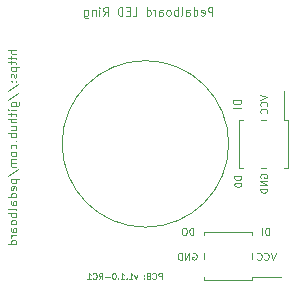
<source format=gbr>
%TF.GenerationSoftware,KiCad,Pcbnew,7.0.7-7.0.7~ubuntu23.04.1*%
%TF.CreationDate,2023-10-17T16:33:49+00:00*%
%TF.ProjectId,pedalboard-led-ring,70656461-6c62-46f6-9172-642d6c65642d,1.1.0-RC1*%
%TF.SameCoordinates,Original*%
%TF.FileFunction,Legend,Bot*%
%TF.FilePolarity,Positive*%
%FSLAX46Y46*%
G04 Gerber Fmt 4.6, Leading zero omitted, Abs format (unit mm)*
G04 Created by KiCad (PCBNEW 7.0.7-7.0.7~ubuntu23.04.1) date 2023-10-17 16:33:49*
%MOMM*%
%LPD*%
G01*
G04 APERTURE LIST*
%ADD10C,0.100000*%
%ADD11C,0.120000*%
G04 APERTURE END LIST*
D10*
X87050000Y-60000000D02*
G75*
G03*
X87050000Y-60000000I-7050000J0D01*
G01*
X88109133Y-56262455D02*
X87409133Y-56262455D01*
X87409133Y-56262455D02*
X87409133Y-56429122D01*
X87409133Y-56429122D02*
X87442466Y-56529122D01*
X87442466Y-56529122D02*
X87509133Y-56595789D01*
X87509133Y-56595789D02*
X87575800Y-56629122D01*
X87575800Y-56629122D02*
X87709133Y-56662455D01*
X87709133Y-56662455D02*
X87809133Y-56662455D01*
X87809133Y-56662455D02*
X87942466Y-56629122D01*
X87942466Y-56629122D02*
X88009133Y-56595789D01*
X88009133Y-56595789D02*
X88075800Y-56529122D01*
X88075800Y-56529122D02*
X88109133Y-56429122D01*
X88109133Y-56429122D02*
X88109133Y-56262455D01*
X88109133Y-56962455D02*
X87409133Y-56962455D01*
X88121371Y-62708646D02*
X87521371Y-62708646D01*
X87521371Y-62708646D02*
X87521371Y-62851503D01*
X87521371Y-62851503D02*
X87549942Y-62937217D01*
X87549942Y-62937217D02*
X87607085Y-62994360D01*
X87607085Y-62994360D02*
X87664228Y-63022931D01*
X87664228Y-63022931D02*
X87778514Y-63051503D01*
X87778514Y-63051503D02*
X87864228Y-63051503D01*
X87864228Y-63051503D02*
X87978514Y-63022931D01*
X87978514Y-63022931D02*
X88035657Y-62994360D01*
X88035657Y-62994360D02*
X88092800Y-62937217D01*
X88092800Y-62937217D02*
X88121371Y-62851503D01*
X88121371Y-62851503D02*
X88121371Y-62708646D01*
X87521371Y-63422931D02*
X87521371Y-63480074D01*
X87521371Y-63480074D02*
X87549942Y-63537217D01*
X87549942Y-63537217D02*
X87578514Y-63565789D01*
X87578514Y-63565789D02*
X87635657Y-63594360D01*
X87635657Y-63594360D02*
X87749942Y-63622931D01*
X87749942Y-63622931D02*
X87892800Y-63622931D01*
X87892800Y-63622931D02*
X88007085Y-63594360D01*
X88007085Y-63594360D02*
X88064228Y-63565789D01*
X88064228Y-63565789D02*
X88092800Y-63537217D01*
X88092800Y-63537217D02*
X88121371Y-63480074D01*
X88121371Y-63480074D02*
X88121371Y-63422931D01*
X88121371Y-63422931D02*
X88092800Y-63365789D01*
X88092800Y-63365789D02*
X88064228Y-63337217D01*
X88064228Y-63337217D02*
X88007085Y-63308646D01*
X88007085Y-63308646D02*
X87892800Y-63280074D01*
X87892800Y-63280074D02*
X87749942Y-63280074D01*
X87749942Y-63280074D02*
X87635657Y-63308646D01*
X87635657Y-63308646D02*
X87578514Y-63337217D01*
X87578514Y-63337217D02*
X87549942Y-63365789D01*
X87549942Y-63365789D02*
X87521371Y-63422931D01*
X91017068Y-69221371D02*
X90817068Y-69821371D01*
X90817068Y-69821371D02*
X90617068Y-69221371D01*
X90074210Y-69764228D02*
X90102782Y-69792800D01*
X90102782Y-69792800D02*
X90188496Y-69821371D01*
X90188496Y-69821371D02*
X90245639Y-69821371D01*
X90245639Y-69821371D02*
X90331353Y-69792800D01*
X90331353Y-69792800D02*
X90388496Y-69735657D01*
X90388496Y-69735657D02*
X90417067Y-69678514D01*
X90417067Y-69678514D02*
X90445639Y-69564228D01*
X90445639Y-69564228D02*
X90445639Y-69478514D01*
X90445639Y-69478514D02*
X90417067Y-69364228D01*
X90417067Y-69364228D02*
X90388496Y-69307085D01*
X90388496Y-69307085D02*
X90331353Y-69249942D01*
X90331353Y-69249942D02*
X90245639Y-69221371D01*
X90245639Y-69221371D02*
X90188496Y-69221371D01*
X90188496Y-69221371D02*
X90102782Y-69249942D01*
X90102782Y-69249942D02*
X90074210Y-69278514D01*
X89474210Y-69764228D02*
X89502782Y-69792800D01*
X89502782Y-69792800D02*
X89588496Y-69821371D01*
X89588496Y-69821371D02*
X89645639Y-69821371D01*
X89645639Y-69821371D02*
X89731353Y-69792800D01*
X89731353Y-69792800D02*
X89788496Y-69735657D01*
X89788496Y-69735657D02*
X89817067Y-69678514D01*
X89817067Y-69678514D02*
X89845639Y-69564228D01*
X89845639Y-69564228D02*
X89845639Y-69478514D01*
X89845639Y-69478514D02*
X89817067Y-69364228D01*
X89817067Y-69364228D02*
X89788496Y-69307085D01*
X89788496Y-69307085D02*
X89731353Y-69249942D01*
X89731353Y-69249942D02*
X89645639Y-69221371D01*
X89645639Y-69221371D02*
X89588496Y-69221371D01*
X89588496Y-69221371D02*
X89502782Y-69249942D01*
X89502782Y-69249942D02*
X89474210Y-69278514D01*
X89749942Y-62872931D02*
X89721371Y-62815789D01*
X89721371Y-62815789D02*
X89721371Y-62730074D01*
X89721371Y-62730074D02*
X89749942Y-62644360D01*
X89749942Y-62644360D02*
X89807085Y-62587217D01*
X89807085Y-62587217D02*
X89864228Y-62558646D01*
X89864228Y-62558646D02*
X89978514Y-62530074D01*
X89978514Y-62530074D02*
X90064228Y-62530074D01*
X90064228Y-62530074D02*
X90178514Y-62558646D01*
X90178514Y-62558646D02*
X90235657Y-62587217D01*
X90235657Y-62587217D02*
X90292800Y-62644360D01*
X90292800Y-62644360D02*
X90321371Y-62730074D01*
X90321371Y-62730074D02*
X90321371Y-62787217D01*
X90321371Y-62787217D02*
X90292800Y-62872931D01*
X90292800Y-62872931D02*
X90264228Y-62901503D01*
X90264228Y-62901503D02*
X90064228Y-62901503D01*
X90064228Y-62901503D02*
X90064228Y-62787217D01*
X90321371Y-63158646D02*
X89721371Y-63158646D01*
X89721371Y-63158646D02*
X90321371Y-63501503D01*
X90321371Y-63501503D02*
X89721371Y-63501503D01*
X90321371Y-63787217D02*
X89721371Y-63787217D01*
X89721371Y-63787217D02*
X89721371Y-63930074D01*
X89721371Y-63930074D02*
X89749942Y-64015788D01*
X89749942Y-64015788D02*
X89807085Y-64072931D01*
X89807085Y-64072931D02*
X89864228Y-64101502D01*
X89864228Y-64101502D02*
X89978514Y-64130074D01*
X89978514Y-64130074D02*
X90064228Y-64130074D01*
X90064228Y-64130074D02*
X90178514Y-64101502D01*
X90178514Y-64101502D02*
X90235657Y-64072931D01*
X90235657Y-64072931D02*
X90292800Y-64015788D01*
X90292800Y-64015788D02*
X90321371Y-63930074D01*
X90321371Y-63930074D02*
X90321371Y-63787217D01*
X84002068Y-69224942D02*
X84059211Y-69196371D01*
X84059211Y-69196371D02*
X84144925Y-69196371D01*
X84144925Y-69196371D02*
X84230639Y-69224942D01*
X84230639Y-69224942D02*
X84287782Y-69282085D01*
X84287782Y-69282085D02*
X84316353Y-69339228D01*
X84316353Y-69339228D02*
X84344925Y-69453514D01*
X84344925Y-69453514D02*
X84344925Y-69539228D01*
X84344925Y-69539228D02*
X84316353Y-69653514D01*
X84316353Y-69653514D02*
X84287782Y-69710657D01*
X84287782Y-69710657D02*
X84230639Y-69767800D01*
X84230639Y-69767800D02*
X84144925Y-69796371D01*
X84144925Y-69796371D02*
X84087782Y-69796371D01*
X84087782Y-69796371D02*
X84002068Y-69767800D01*
X84002068Y-69767800D02*
X83973496Y-69739228D01*
X83973496Y-69739228D02*
X83973496Y-69539228D01*
X83973496Y-69539228D02*
X84087782Y-69539228D01*
X83716353Y-69796371D02*
X83716353Y-69196371D01*
X83716353Y-69196371D02*
X83373496Y-69796371D01*
X83373496Y-69796371D02*
X83373496Y-69196371D01*
X83087782Y-69796371D02*
X83087782Y-69196371D01*
X83087782Y-69196371D02*
X82944925Y-69196371D01*
X82944925Y-69196371D02*
X82859211Y-69224942D01*
X82859211Y-69224942D02*
X82802068Y-69282085D01*
X82802068Y-69282085D02*
X82773497Y-69339228D01*
X82773497Y-69339228D02*
X82744925Y-69453514D01*
X82744925Y-69453514D02*
X82744925Y-69539228D01*
X82744925Y-69539228D02*
X82773497Y-69653514D01*
X82773497Y-69653514D02*
X82802068Y-69710657D01*
X82802068Y-69710657D02*
X82859211Y-69767800D01*
X82859211Y-69767800D02*
X82944925Y-69796371D01*
X82944925Y-69796371D02*
X83087782Y-69796371D01*
X69069133Y-52053336D02*
X68369133Y-52053336D01*
X69069133Y-52353336D02*
X68702466Y-52353336D01*
X68702466Y-52353336D02*
X68635800Y-52320003D01*
X68635800Y-52320003D02*
X68602466Y-52253336D01*
X68602466Y-52253336D02*
X68602466Y-52153336D01*
X68602466Y-52153336D02*
X68635800Y-52086670D01*
X68635800Y-52086670D02*
X68669133Y-52053336D01*
X68602466Y-52586669D02*
X68602466Y-52853336D01*
X68369133Y-52686669D02*
X68969133Y-52686669D01*
X68969133Y-52686669D02*
X69035800Y-52720003D01*
X69035800Y-52720003D02*
X69069133Y-52786669D01*
X69069133Y-52786669D02*
X69069133Y-52853336D01*
X68602466Y-52986669D02*
X68602466Y-53253336D01*
X68369133Y-53086669D02*
X68969133Y-53086669D01*
X68969133Y-53086669D02*
X69035800Y-53120003D01*
X69035800Y-53120003D02*
X69069133Y-53186669D01*
X69069133Y-53186669D02*
X69069133Y-53253336D01*
X68602466Y-53486669D02*
X69302466Y-53486669D01*
X68635800Y-53486669D02*
X68602466Y-53553336D01*
X68602466Y-53553336D02*
X68602466Y-53686669D01*
X68602466Y-53686669D02*
X68635800Y-53753336D01*
X68635800Y-53753336D02*
X68669133Y-53786669D01*
X68669133Y-53786669D02*
X68735800Y-53820003D01*
X68735800Y-53820003D02*
X68935800Y-53820003D01*
X68935800Y-53820003D02*
X69002466Y-53786669D01*
X69002466Y-53786669D02*
X69035800Y-53753336D01*
X69035800Y-53753336D02*
X69069133Y-53686669D01*
X69069133Y-53686669D02*
X69069133Y-53553336D01*
X69069133Y-53553336D02*
X69035800Y-53486669D01*
X69035800Y-54086669D02*
X69069133Y-54153336D01*
X69069133Y-54153336D02*
X69069133Y-54286669D01*
X69069133Y-54286669D02*
X69035800Y-54353336D01*
X69035800Y-54353336D02*
X68969133Y-54386669D01*
X68969133Y-54386669D02*
X68935800Y-54386669D01*
X68935800Y-54386669D02*
X68869133Y-54353336D01*
X68869133Y-54353336D02*
X68835800Y-54286669D01*
X68835800Y-54286669D02*
X68835800Y-54186669D01*
X68835800Y-54186669D02*
X68802466Y-54120002D01*
X68802466Y-54120002D02*
X68735800Y-54086669D01*
X68735800Y-54086669D02*
X68702466Y-54086669D01*
X68702466Y-54086669D02*
X68635800Y-54120002D01*
X68635800Y-54120002D02*
X68602466Y-54186669D01*
X68602466Y-54186669D02*
X68602466Y-54286669D01*
X68602466Y-54286669D02*
X68635800Y-54353336D01*
X69002466Y-54686669D02*
X69035800Y-54720003D01*
X69035800Y-54720003D02*
X69069133Y-54686669D01*
X69069133Y-54686669D02*
X69035800Y-54653336D01*
X69035800Y-54653336D02*
X69002466Y-54686669D01*
X69002466Y-54686669D02*
X69069133Y-54686669D01*
X68635800Y-54686669D02*
X68669133Y-54720003D01*
X68669133Y-54720003D02*
X68702466Y-54686669D01*
X68702466Y-54686669D02*
X68669133Y-54653336D01*
X68669133Y-54653336D02*
X68635800Y-54686669D01*
X68635800Y-54686669D02*
X68702466Y-54686669D01*
X68335800Y-55520002D02*
X69235800Y-54920002D01*
X68335800Y-56253335D02*
X69235800Y-55653335D01*
X68602466Y-56786668D02*
X69169133Y-56786668D01*
X69169133Y-56786668D02*
X69235800Y-56753335D01*
X69235800Y-56753335D02*
X69269133Y-56720002D01*
X69269133Y-56720002D02*
X69302466Y-56653335D01*
X69302466Y-56653335D02*
X69302466Y-56553335D01*
X69302466Y-56553335D02*
X69269133Y-56486668D01*
X69035800Y-56786668D02*
X69069133Y-56720002D01*
X69069133Y-56720002D02*
X69069133Y-56586668D01*
X69069133Y-56586668D02*
X69035800Y-56520002D01*
X69035800Y-56520002D02*
X69002466Y-56486668D01*
X69002466Y-56486668D02*
X68935800Y-56453335D01*
X68935800Y-56453335D02*
X68735800Y-56453335D01*
X68735800Y-56453335D02*
X68669133Y-56486668D01*
X68669133Y-56486668D02*
X68635800Y-56520002D01*
X68635800Y-56520002D02*
X68602466Y-56586668D01*
X68602466Y-56586668D02*
X68602466Y-56720002D01*
X68602466Y-56720002D02*
X68635800Y-56786668D01*
X69069133Y-57120001D02*
X68602466Y-57120001D01*
X68369133Y-57120001D02*
X68402466Y-57086668D01*
X68402466Y-57086668D02*
X68435800Y-57120001D01*
X68435800Y-57120001D02*
X68402466Y-57153335D01*
X68402466Y-57153335D02*
X68369133Y-57120001D01*
X68369133Y-57120001D02*
X68435800Y-57120001D01*
X68602466Y-57353334D02*
X68602466Y-57620001D01*
X68369133Y-57453334D02*
X68969133Y-57453334D01*
X68969133Y-57453334D02*
X69035800Y-57486668D01*
X69035800Y-57486668D02*
X69069133Y-57553334D01*
X69069133Y-57553334D02*
X69069133Y-57620001D01*
X69069133Y-57853334D02*
X68369133Y-57853334D01*
X69069133Y-58153334D02*
X68702466Y-58153334D01*
X68702466Y-58153334D02*
X68635800Y-58120001D01*
X68635800Y-58120001D02*
X68602466Y-58053334D01*
X68602466Y-58053334D02*
X68602466Y-57953334D01*
X68602466Y-57953334D02*
X68635800Y-57886668D01*
X68635800Y-57886668D02*
X68669133Y-57853334D01*
X68602466Y-58786667D02*
X69069133Y-58786667D01*
X68602466Y-58486667D02*
X68969133Y-58486667D01*
X68969133Y-58486667D02*
X69035800Y-58520001D01*
X69035800Y-58520001D02*
X69069133Y-58586667D01*
X69069133Y-58586667D02*
X69069133Y-58686667D01*
X69069133Y-58686667D02*
X69035800Y-58753334D01*
X69035800Y-58753334D02*
X69002466Y-58786667D01*
X69069133Y-59120000D02*
X68369133Y-59120000D01*
X68635800Y-59120000D02*
X68602466Y-59186667D01*
X68602466Y-59186667D02*
X68602466Y-59320000D01*
X68602466Y-59320000D02*
X68635800Y-59386667D01*
X68635800Y-59386667D02*
X68669133Y-59420000D01*
X68669133Y-59420000D02*
X68735800Y-59453334D01*
X68735800Y-59453334D02*
X68935800Y-59453334D01*
X68935800Y-59453334D02*
X69002466Y-59420000D01*
X69002466Y-59420000D02*
X69035800Y-59386667D01*
X69035800Y-59386667D02*
X69069133Y-59320000D01*
X69069133Y-59320000D02*
X69069133Y-59186667D01*
X69069133Y-59186667D02*
X69035800Y-59120000D01*
X69002466Y-59753333D02*
X69035800Y-59786667D01*
X69035800Y-59786667D02*
X69069133Y-59753333D01*
X69069133Y-59753333D02*
X69035800Y-59720000D01*
X69035800Y-59720000D02*
X69002466Y-59753333D01*
X69002466Y-59753333D02*
X69069133Y-59753333D01*
X69035800Y-60386666D02*
X69069133Y-60320000D01*
X69069133Y-60320000D02*
X69069133Y-60186666D01*
X69069133Y-60186666D02*
X69035800Y-60120000D01*
X69035800Y-60120000D02*
X69002466Y-60086666D01*
X69002466Y-60086666D02*
X68935800Y-60053333D01*
X68935800Y-60053333D02*
X68735800Y-60053333D01*
X68735800Y-60053333D02*
X68669133Y-60086666D01*
X68669133Y-60086666D02*
X68635800Y-60120000D01*
X68635800Y-60120000D02*
X68602466Y-60186666D01*
X68602466Y-60186666D02*
X68602466Y-60320000D01*
X68602466Y-60320000D02*
X68635800Y-60386666D01*
X69069133Y-60786666D02*
X69035800Y-60720000D01*
X69035800Y-60720000D02*
X69002466Y-60686666D01*
X69002466Y-60686666D02*
X68935800Y-60653333D01*
X68935800Y-60653333D02*
X68735800Y-60653333D01*
X68735800Y-60653333D02*
X68669133Y-60686666D01*
X68669133Y-60686666D02*
X68635800Y-60720000D01*
X68635800Y-60720000D02*
X68602466Y-60786666D01*
X68602466Y-60786666D02*
X68602466Y-60886666D01*
X68602466Y-60886666D02*
X68635800Y-60953333D01*
X68635800Y-60953333D02*
X68669133Y-60986666D01*
X68669133Y-60986666D02*
X68735800Y-61020000D01*
X68735800Y-61020000D02*
X68935800Y-61020000D01*
X68935800Y-61020000D02*
X69002466Y-60986666D01*
X69002466Y-60986666D02*
X69035800Y-60953333D01*
X69035800Y-60953333D02*
X69069133Y-60886666D01*
X69069133Y-60886666D02*
X69069133Y-60786666D01*
X69069133Y-61319999D02*
X68602466Y-61319999D01*
X68669133Y-61319999D02*
X68635800Y-61353333D01*
X68635800Y-61353333D02*
X68602466Y-61419999D01*
X68602466Y-61419999D02*
X68602466Y-61519999D01*
X68602466Y-61519999D02*
X68635800Y-61586666D01*
X68635800Y-61586666D02*
X68702466Y-61619999D01*
X68702466Y-61619999D02*
X69069133Y-61619999D01*
X68702466Y-61619999D02*
X68635800Y-61653333D01*
X68635800Y-61653333D02*
X68602466Y-61719999D01*
X68602466Y-61719999D02*
X68602466Y-61819999D01*
X68602466Y-61819999D02*
X68635800Y-61886666D01*
X68635800Y-61886666D02*
X68702466Y-61919999D01*
X68702466Y-61919999D02*
X69069133Y-61919999D01*
X68335800Y-62753332D02*
X69235800Y-62153332D01*
X68602466Y-62986665D02*
X69302466Y-62986665D01*
X68635800Y-62986665D02*
X68602466Y-63053332D01*
X68602466Y-63053332D02*
X68602466Y-63186665D01*
X68602466Y-63186665D02*
X68635800Y-63253332D01*
X68635800Y-63253332D02*
X68669133Y-63286665D01*
X68669133Y-63286665D02*
X68735800Y-63319999D01*
X68735800Y-63319999D02*
X68935800Y-63319999D01*
X68935800Y-63319999D02*
X69002466Y-63286665D01*
X69002466Y-63286665D02*
X69035800Y-63253332D01*
X69035800Y-63253332D02*
X69069133Y-63186665D01*
X69069133Y-63186665D02*
X69069133Y-63053332D01*
X69069133Y-63053332D02*
X69035800Y-62986665D01*
X69035800Y-63886665D02*
X69069133Y-63819998D01*
X69069133Y-63819998D02*
X69069133Y-63686665D01*
X69069133Y-63686665D02*
X69035800Y-63619998D01*
X69035800Y-63619998D02*
X68969133Y-63586665D01*
X68969133Y-63586665D02*
X68702466Y-63586665D01*
X68702466Y-63586665D02*
X68635800Y-63619998D01*
X68635800Y-63619998D02*
X68602466Y-63686665D01*
X68602466Y-63686665D02*
X68602466Y-63819998D01*
X68602466Y-63819998D02*
X68635800Y-63886665D01*
X68635800Y-63886665D02*
X68702466Y-63919998D01*
X68702466Y-63919998D02*
X68769133Y-63919998D01*
X68769133Y-63919998D02*
X68835800Y-63586665D01*
X69069133Y-64519998D02*
X68369133Y-64519998D01*
X69035800Y-64519998D02*
X69069133Y-64453332D01*
X69069133Y-64453332D02*
X69069133Y-64319998D01*
X69069133Y-64319998D02*
X69035800Y-64253332D01*
X69035800Y-64253332D02*
X69002466Y-64219998D01*
X69002466Y-64219998D02*
X68935800Y-64186665D01*
X68935800Y-64186665D02*
X68735800Y-64186665D01*
X68735800Y-64186665D02*
X68669133Y-64219998D01*
X68669133Y-64219998D02*
X68635800Y-64253332D01*
X68635800Y-64253332D02*
X68602466Y-64319998D01*
X68602466Y-64319998D02*
X68602466Y-64453332D01*
X68602466Y-64453332D02*
X68635800Y-64519998D01*
X69069133Y-65153331D02*
X68702466Y-65153331D01*
X68702466Y-65153331D02*
X68635800Y-65119998D01*
X68635800Y-65119998D02*
X68602466Y-65053331D01*
X68602466Y-65053331D02*
X68602466Y-64919998D01*
X68602466Y-64919998D02*
X68635800Y-64853331D01*
X69035800Y-65153331D02*
X69069133Y-65086665D01*
X69069133Y-65086665D02*
X69069133Y-64919998D01*
X69069133Y-64919998D02*
X69035800Y-64853331D01*
X69035800Y-64853331D02*
X68969133Y-64819998D01*
X68969133Y-64819998D02*
X68902466Y-64819998D01*
X68902466Y-64819998D02*
X68835800Y-64853331D01*
X68835800Y-64853331D02*
X68802466Y-64919998D01*
X68802466Y-64919998D02*
X68802466Y-65086665D01*
X68802466Y-65086665D02*
X68769133Y-65153331D01*
X69069133Y-65586664D02*
X69035800Y-65519998D01*
X69035800Y-65519998D02*
X68969133Y-65486664D01*
X68969133Y-65486664D02*
X68369133Y-65486664D01*
X69069133Y-65853331D02*
X68369133Y-65853331D01*
X68635800Y-65853331D02*
X68602466Y-65919998D01*
X68602466Y-65919998D02*
X68602466Y-66053331D01*
X68602466Y-66053331D02*
X68635800Y-66119998D01*
X68635800Y-66119998D02*
X68669133Y-66153331D01*
X68669133Y-66153331D02*
X68735800Y-66186665D01*
X68735800Y-66186665D02*
X68935800Y-66186665D01*
X68935800Y-66186665D02*
X69002466Y-66153331D01*
X69002466Y-66153331D02*
X69035800Y-66119998D01*
X69035800Y-66119998D02*
X69069133Y-66053331D01*
X69069133Y-66053331D02*
X69069133Y-65919998D01*
X69069133Y-65919998D02*
X69035800Y-65853331D01*
X69069133Y-66586664D02*
X69035800Y-66519998D01*
X69035800Y-66519998D02*
X69002466Y-66486664D01*
X69002466Y-66486664D02*
X68935800Y-66453331D01*
X68935800Y-66453331D02*
X68735800Y-66453331D01*
X68735800Y-66453331D02*
X68669133Y-66486664D01*
X68669133Y-66486664D02*
X68635800Y-66519998D01*
X68635800Y-66519998D02*
X68602466Y-66586664D01*
X68602466Y-66586664D02*
X68602466Y-66686664D01*
X68602466Y-66686664D02*
X68635800Y-66753331D01*
X68635800Y-66753331D02*
X68669133Y-66786664D01*
X68669133Y-66786664D02*
X68735800Y-66819998D01*
X68735800Y-66819998D02*
X68935800Y-66819998D01*
X68935800Y-66819998D02*
X69002466Y-66786664D01*
X69002466Y-66786664D02*
X69035800Y-66753331D01*
X69035800Y-66753331D02*
X69069133Y-66686664D01*
X69069133Y-66686664D02*
X69069133Y-66586664D01*
X69069133Y-67419997D02*
X68702466Y-67419997D01*
X68702466Y-67419997D02*
X68635800Y-67386664D01*
X68635800Y-67386664D02*
X68602466Y-67319997D01*
X68602466Y-67319997D02*
X68602466Y-67186664D01*
X68602466Y-67186664D02*
X68635800Y-67119997D01*
X69035800Y-67419997D02*
X69069133Y-67353331D01*
X69069133Y-67353331D02*
X69069133Y-67186664D01*
X69069133Y-67186664D02*
X69035800Y-67119997D01*
X69035800Y-67119997D02*
X68969133Y-67086664D01*
X68969133Y-67086664D02*
X68902466Y-67086664D01*
X68902466Y-67086664D02*
X68835800Y-67119997D01*
X68835800Y-67119997D02*
X68802466Y-67186664D01*
X68802466Y-67186664D02*
X68802466Y-67353331D01*
X68802466Y-67353331D02*
X68769133Y-67419997D01*
X69069133Y-67753330D02*
X68602466Y-67753330D01*
X68735800Y-67753330D02*
X68669133Y-67786664D01*
X68669133Y-67786664D02*
X68635800Y-67819997D01*
X68635800Y-67819997D02*
X68602466Y-67886664D01*
X68602466Y-67886664D02*
X68602466Y-67953330D01*
X69069133Y-68486663D02*
X68369133Y-68486663D01*
X69035800Y-68486663D02*
X69069133Y-68419997D01*
X69069133Y-68419997D02*
X69069133Y-68286663D01*
X69069133Y-68286663D02*
X69035800Y-68219997D01*
X69035800Y-68219997D02*
X69002466Y-68186663D01*
X69002466Y-68186663D02*
X68935800Y-68153330D01*
X68935800Y-68153330D02*
X68735800Y-68153330D01*
X68735800Y-68153330D02*
X68669133Y-68186663D01*
X68669133Y-68186663D02*
X68635800Y-68219997D01*
X68635800Y-68219997D02*
X68602466Y-68286663D01*
X68602466Y-68286663D02*
X68602466Y-68419997D01*
X68602466Y-68419997D02*
X68635800Y-68486663D01*
X90481353Y-67721371D02*
X90481353Y-67121371D01*
X90481353Y-67121371D02*
X90338496Y-67121371D01*
X90338496Y-67121371D02*
X90252782Y-67149942D01*
X90252782Y-67149942D02*
X90195639Y-67207085D01*
X90195639Y-67207085D02*
X90167068Y-67264228D01*
X90167068Y-67264228D02*
X90138496Y-67378514D01*
X90138496Y-67378514D02*
X90138496Y-67464228D01*
X90138496Y-67464228D02*
X90167068Y-67578514D01*
X90167068Y-67578514D02*
X90195639Y-67635657D01*
X90195639Y-67635657D02*
X90252782Y-67692800D01*
X90252782Y-67692800D02*
X90338496Y-67721371D01*
X90338496Y-67721371D02*
X90481353Y-67721371D01*
X89881353Y-67721371D02*
X89881353Y-67121371D01*
X89721371Y-55842931D02*
X90321371Y-56042931D01*
X90321371Y-56042931D02*
X89721371Y-56242931D01*
X90264228Y-56785789D02*
X90292800Y-56757217D01*
X90292800Y-56757217D02*
X90321371Y-56671503D01*
X90321371Y-56671503D02*
X90321371Y-56614360D01*
X90321371Y-56614360D02*
X90292800Y-56528646D01*
X90292800Y-56528646D02*
X90235657Y-56471503D01*
X90235657Y-56471503D02*
X90178514Y-56442932D01*
X90178514Y-56442932D02*
X90064228Y-56414360D01*
X90064228Y-56414360D02*
X89978514Y-56414360D01*
X89978514Y-56414360D02*
X89864228Y-56442932D01*
X89864228Y-56442932D02*
X89807085Y-56471503D01*
X89807085Y-56471503D02*
X89749942Y-56528646D01*
X89749942Y-56528646D02*
X89721371Y-56614360D01*
X89721371Y-56614360D02*
X89721371Y-56671503D01*
X89721371Y-56671503D02*
X89749942Y-56757217D01*
X89749942Y-56757217D02*
X89778514Y-56785789D01*
X90264228Y-57385789D02*
X90292800Y-57357217D01*
X90292800Y-57357217D02*
X90321371Y-57271503D01*
X90321371Y-57271503D02*
X90321371Y-57214360D01*
X90321371Y-57214360D02*
X90292800Y-57128646D01*
X90292800Y-57128646D02*
X90235657Y-57071503D01*
X90235657Y-57071503D02*
X90178514Y-57042932D01*
X90178514Y-57042932D02*
X90064228Y-57014360D01*
X90064228Y-57014360D02*
X89978514Y-57014360D01*
X89978514Y-57014360D02*
X89864228Y-57042932D01*
X89864228Y-57042932D02*
X89807085Y-57071503D01*
X89807085Y-57071503D02*
X89749942Y-57128646D01*
X89749942Y-57128646D02*
X89721371Y-57214360D01*
X89721371Y-57214360D02*
X89721371Y-57271503D01*
X89721371Y-57271503D02*
X89749942Y-57357217D01*
X89749942Y-57357217D02*
X89778514Y-57385789D01*
X81380950Y-71433609D02*
X81380950Y-70933609D01*
X81380950Y-70933609D02*
X81190474Y-70933609D01*
X81190474Y-70933609D02*
X81142855Y-70957419D01*
X81142855Y-70957419D02*
X81119045Y-70981228D01*
X81119045Y-70981228D02*
X81095236Y-71028847D01*
X81095236Y-71028847D02*
X81095236Y-71100276D01*
X81095236Y-71100276D02*
X81119045Y-71147895D01*
X81119045Y-71147895D02*
X81142855Y-71171704D01*
X81142855Y-71171704D02*
X81190474Y-71195514D01*
X81190474Y-71195514D02*
X81380950Y-71195514D01*
X80595236Y-71385990D02*
X80619045Y-71409800D01*
X80619045Y-71409800D02*
X80690474Y-71433609D01*
X80690474Y-71433609D02*
X80738093Y-71433609D01*
X80738093Y-71433609D02*
X80809521Y-71409800D01*
X80809521Y-71409800D02*
X80857140Y-71362180D01*
X80857140Y-71362180D02*
X80880950Y-71314561D01*
X80880950Y-71314561D02*
X80904759Y-71219323D01*
X80904759Y-71219323D02*
X80904759Y-71147895D01*
X80904759Y-71147895D02*
X80880950Y-71052657D01*
X80880950Y-71052657D02*
X80857140Y-71005038D01*
X80857140Y-71005038D02*
X80809521Y-70957419D01*
X80809521Y-70957419D02*
X80738093Y-70933609D01*
X80738093Y-70933609D02*
X80690474Y-70933609D01*
X80690474Y-70933609D02*
X80619045Y-70957419D01*
X80619045Y-70957419D02*
X80595236Y-70981228D01*
X80214283Y-71171704D02*
X80142855Y-71195514D01*
X80142855Y-71195514D02*
X80119045Y-71219323D01*
X80119045Y-71219323D02*
X80095236Y-71266942D01*
X80095236Y-71266942D02*
X80095236Y-71338371D01*
X80095236Y-71338371D02*
X80119045Y-71385990D01*
X80119045Y-71385990D02*
X80142855Y-71409800D01*
X80142855Y-71409800D02*
X80190474Y-71433609D01*
X80190474Y-71433609D02*
X80380950Y-71433609D01*
X80380950Y-71433609D02*
X80380950Y-70933609D01*
X80380950Y-70933609D02*
X80214283Y-70933609D01*
X80214283Y-70933609D02*
X80166664Y-70957419D01*
X80166664Y-70957419D02*
X80142855Y-70981228D01*
X80142855Y-70981228D02*
X80119045Y-71028847D01*
X80119045Y-71028847D02*
X80119045Y-71076466D01*
X80119045Y-71076466D02*
X80142855Y-71124085D01*
X80142855Y-71124085D02*
X80166664Y-71147895D01*
X80166664Y-71147895D02*
X80214283Y-71171704D01*
X80214283Y-71171704D02*
X80380950Y-71171704D01*
X79880950Y-71385990D02*
X79857140Y-71409800D01*
X79857140Y-71409800D02*
X79880950Y-71433609D01*
X79880950Y-71433609D02*
X79904759Y-71409800D01*
X79904759Y-71409800D02*
X79880950Y-71385990D01*
X79880950Y-71385990D02*
X79880950Y-71433609D01*
X79880950Y-71124085D02*
X79857140Y-71147895D01*
X79857140Y-71147895D02*
X79880950Y-71171704D01*
X79880950Y-71171704D02*
X79904759Y-71147895D01*
X79904759Y-71147895D02*
X79880950Y-71124085D01*
X79880950Y-71124085D02*
X79880950Y-71171704D01*
X79309522Y-71100276D02*
X79190474Y-71433609D01*
X79190474Y-71433609D02*
X79071427Y-71100276D01*
X78619046Y-71433609D02*
X78904760Y-71433609D01*
X78761903Y-71433609D02*
X78761903Y-70933609D01*
X78761903Y-70933609D02*
X78809522Y-71005038D01*
X78809522Y-71005038D02*
X78857141Y-71052657D01*
X78857141Y-71052657D02*
X78904760Y-71076466D01*
X78404761Y-71385990D02*
X78380951Y-71409800D01*
X78380951Y-71409800D02*
X78404761Y-71433609D01*
X78404761Y-71433609D02*
X78428570Y-71409800D01*
X78428570Y-71409800D02*
X78404761Y-71385990D01*
X78404761Y-71385990D02*
X78404761Y-71433609D01*
X77904761Y-71433609D02*
X78190475Y-71433609D01*
X78047618Y-71433609D02*
X78047618Y-70933609D01*
X78047618Y-70933609D02*
X78095237Y-71005038D01*
X78095237Y-71005038D02*
X78142856Y-71052657D01*
X78142856Y-71052657D02*
X78190475Y-71076466D01*
X77690476Y-71385990D02*
X77666666Y-71409800D01*
X77666666Y-71409800D02*
X77690476Y-71433609D01*
X77690476Y-71433609D02*
X77714285Y-71409800D01*
X77714285Y-71409800D02*
X77690476Y-71385990D01*
X77690476Y-71385990D02*
X77690476Y-71433609D01*
X77357143Y-70933609D02*
X77309524Y-70933609D01*
X77309524Y-70933609D02*
X77261905Y-70957419D01*
X77261905Y-70957419D02*
X77238095Y-70981228D01*
X77238095Y-70981228D02*
X77214286Y-71028847D01*
X77214286Y-71028847D02*
X77190476Y-71124085D01*
X77190476Y-71124085D02*
X77190476Y-71243133D01*
X77190476Y-71243133D02*
X77214286Y-71338371D01*
X77214286Y-71338371D02*
X77238095Y-71385990D01*
X77238095Y-71385990D02*
X77261905Y-71409800D01*
X77261905Y-71409800D02*
X77309524Y-71433609D01*
X77309524Y-71433609D02*
X77357143Y-71433609D01*
X77357143Y-71433609D02*
X77404762Y-71409800D01*
X77404762Y-71409800D02*
X77428571Y-71385990D01*
X77428571Y-71385990D02*
X77452381Y-71338371D01*
X77452381Y-71338371D02*
X77476190Y-71243133D01*
X77476190Y-71243133D02*
X77476190Y-71124085D01*
X77476190Y-71124085D02*
X77452381Y-71028847D01*
X77452381Y-71028847D02*
X77428571Y-70981228D01*
X77428571Y-70981228D02*
X77404762Y-70957419D01*
X77404762Y-70957419D02*
X77357143Y-70933609D01*
X76976191Y-71243133D02*
X76595239Y-71243133D01*
X76071429Y-71433609D02*
X76238095Y-71195514D01*
X76357143Y-71433609D02*
X76357143Y-70933609D01*
X76357143Y-70933609D02*
X76166667Y-70933609D01*
X76166667Y-70933609D02*
X76119048Y-70957419D01*
X76119048Y-70957419D02*
X76095238Y-70981228D01*
X76095238Y-70981228D02*
X76071429Y-71028847D01*
X76071429Y-71028847D02*
X76071429Y-71100276D01*
X76071429Y-71100276D02*
X76095238Y-71147895D01*
X76095238Y-71147895D02*
X76119048Y-71171704D01*
X76119048Y-71171704D02*
X76166667Y-71195514D01*
X76166667Y-71195514D02*
X76357143Y-71195514D01*
X75571429Y-71385990D02*
X75595238Y-71409800D01*
X75595238Y-71409800D02*
X75666667Y-71433609D01*
X75666667Y-71433609D02*
X75714286Y-71433609D01*
X75714286Y-71433609D02*
X75785714Y-71409800D01*
X75785714Y-71409800D02*
X75833333Y-71362180D01*
X75833333Y-71362180D02*
X75857143Y-71314561D01*
X75857143Y-71314561D02*
X75880952Y-71219323D01*
X75880952Y-71219323D02*
X75880952Y-71147895D01*
X75880952Y-71147895D02*
X75857143Y-71052657D01*
X75857143Y-71052657D02*
X75833333Y-71005038D01*
X75833333Y-71005038D02*
X75785714Y-70957419D01*
X75785714Y-70957419D02*
X75714286Y-70933609D01*
X75714286Y-70933609D02*
X75666667Y-70933609D01*
X75666667Y-70933609D02*
X75595238Y-70957419D01*
X75595238Y-70957419D02*
X75571429Y-70981228D01*
X75095238Y-71433609D02*
X75380952Y-71433609D01*
X75238095Y-71433609D02*
X75238095Y-70933609D01*
X75238095Y-70933609D02*
X75285714Y-71005038D01*
X75285714Y-71005038D02*
X75333333Y-71052657D01*
X75333333Y-71052657D02*
X75380952Y-71076466D01*
X84066353Y-67701371D02*
X84066353Y-67101371D01*
X84066353Y-67101371D02*
X83923496Y-67101371D01*
X83923496Y-67101371D02*
X83837782Y-67129942D01*
X83837782Y-67129942D02*
X83780639Y-67187085D01*
X83780639Y-67187085D02*
X83752068Y-67244228D01*
X83752068Y-67244228D02*
X83723496Y-67358514D01*
X83723496Y-67358514D02*
X83723496Y-67444228D01*
X83723496Y-67444228D02*
X83752068Y-67558514D01*
X83752068Y-67558514D02*
X83780639Y-67615657D01*
X83780639Y-67615657D02*
X83837782Y-67672800D01*
X83837782Y-67672800D02*
X83923496Y-67701371D01*
X83923496Y-67701371D02*
X84066353Y-67701371D01*
X83352068Y-67101371D02*
X83237782Y-67101371D01*
X83237782Y-67101371D02*
X83180639Y-67129942D01*
X83180639Y-67129942D02*
X83123496Y-67187085D01*
X83123496Y-67187085D02*
X83094925Y-67301371D01*
X83094925Y-67301371D02*
X83094925Y-67501371D01*
X83094925Y-67501371D02*
X83123496Y-67615657D01*
X83123496Y-67615657D02*
X83180639Y-67672800D01*
X83180639Y-67672800D02*
X83237782Y-67701371D01*
X83237782Y-67701371D02*
X83352068Y-67701371D01*
X83352068Y-67701371D02*
X83409211Y-67672800D01*
X83409211Y-67672800D02*
X83466353Y-67615657D01*
X83466353Y-67615657D02*
X83494925Y-67501371D01*
X83494925Y-67501371D02*
X83494925Y-67301371D01*
X83494925Y-67301371D02*
X83466353Y-67187085D01*
X83466353Y-67187085D02*
X83409211Y-67129942D01*
X83409211Y-67129942D02*
X83352068Y-67101371D01*
X85676664Y-49139133D02*
X85676664Y-48439133D01*
X85676664Y-48439133D02*
X85409997Y-48439133D01*
X85409997Y-48439133D02*
X85343331Y-48472466D01*
X85343331Y-48472466D02*
X85309997Y-48505800D01*
X85309997Y-48505800D02*
X85276664Y-48572466D01*
X85276664Y-48572466D02*
X85276664Y-48672466D01*
X85276664Y-48672466D02*
X85309997Y-48739133D01*
X85309997Y-48739133D02*
X85343331Y-48772466D01*
X85343331Y-48772466D02*
X85409997Y-48805800D01*
X85409997Y-48805800D02*
X85676664Y-48805800D01*
X84709997Y-49105800D02*
X84776664Y-49139133D01*
X84776664Y-49139133D02*
X84909997Y-49139133D01*
X84909997Y-49139133D02*
X84976664Y-49105800D01*
X84976664Y-49105800D02*
X85009997Y-49039133D01*
X85009997Y-49039133D02*
X85009997Y-48772466D01*
X85009997Y-48772466D02*
X84976664Y-48705800D01*
X84976664Y-48705800D02*
X84909997Y-48672466D01*
X84909997Y-48672466D02*
X84776664Y-48672466D01*
X84776664Y-48672466D02*
X84709997Y-48705800D01*
X84709997Y-48705800D02*
X84676664Y-48772466D01*
X84676664Y-48772466D02*
X84676664Y-48839133D01*
X84676664Y-48839133D02*
X85009997Y-48905800D01*
X84076664Y-49139133D02*
X84076664Y-48439133D01*
X84076664Y-49105800D02*
X84143331Y-49139133D01*
X84143331Y-49139133D02*
X84276664Y-49139133D01*
X84276664Y-49139133D02*
X84343331Y-49105800D01*
X84343331Y-49105800D02*
X84376664Y-49072466D01*
X84376664Y-49072466D02*
X84409997Y-49005800D01*
X84409997Y-49005800D02*
X84409997Y-48805800D01*
X84409997Y-48805800D02*
X84376664Y-48739133D01*
X84376664Y-48739133D02*
X84343331Y-48705800D01*
X84343331Y-48705800D02*
X84276664Y-48672466D01*
X84276664Y-48672466D02*
X84143331Y-48672466D01*
X84143331Y-48672466D02*
X84076664Y-48705800D01*
X83443331Y-49139133D02*
X83443331Y-48772466D01*
X83443331Y-48772466D02*
X83476664Y-48705800D01*
X83476664Y-48705800D02*
X83543331Y-48672466D01*
X83543331Y-48672466D02*
X83676664Y-48672466D01*
X83676664Y-48672466D02*
X83743331Y-48705800D01*
X83443331Y-49105800D02*
X83509998Y-49139133D01*
X83509998Y-49139133D02*
X83676664Y-49139133D01*
X83676664Y-49139133D02*
X83743331Y-49105800D01*
X83743331Y-49105800D02*
X83776664Y-49039133D01*
X83776664Y-49039133D02*
X83776664Y-48972466D01*
X83776664Y-48972466D02*
X83743331Y-48905800D01*
X83743331Y-48905800D02*
X83676664Y-48872466D01*
X83676664Y-48872466D02*
X83509998Y-48872466D01*
X83509998Y-48872466D02*
X83443331Y-48839133D01*
X83009998Y-49139133D02*
X83076665Y-49105800D01*
X83076665Y-49105800D02*
X83109998Y-49039133D01*
X83109998Y-49039133D02*
X83109998Y-48439133D01*
X82743331Y-49139133D02*
X82743331Y-48439133D01*
X82743331Y-48705800D02*
X82676664Y-48672466D01*
X82676664Y-48672466D02*
X82543331Y-48672466D01*
X82543331Y-48672466D02*
X82476664Y-48705800D01*
X82476664Y-48705800D02*
X82443331Y-48739133D01*
X82443331Y-48739133D02*
X82409998Y-48805800D01*
X82409998Y-48805800D02*
X82409998Y-49005800D01*
X82409998Y-49005800D02*
X82443331Y-49072466D01*
X82443331Y-49072466D02*
X82476664Y-49105800D01*
X82476664Y-49105800D02*
X82543331Y-49139133D01*
X82543331Y-49139133D02*
X82676664Y-49139133D01*
X82676664Y-49139133D02*
X82743331Y-49105800D01*
X82009998Y-49139133D02*
X82076665Y-49105800D01*
X82076665Y-49105800D02*
X82109998Y-49072466D01*
X82109998Y-49072466D02*
X82143331Y-49005800D01*
X82143331Y-49005800D02*
X82143331Y-48805800D01*
X82143331Y-48805800D02*
X82109998Y-48739133D01*
X82109998Y-48739133D02*
X82076665Y-48705800D01*
X82076665Y-48705800D02*
X82009998Y-48672466D01*
X82009998Y-48672466D02*
X81909998Y-48672466D01*
X81909998Y-48672466D02*
X81843331Y-48705800D01*
X81843331Y-48705800D02*
X81809998Y-48739133D01*
X81809998Y-48739133D02*
X81776665Y-48805800D01*
X81776665Y-48805800D02*
X81776665Y-49005800D01*
X81776665Y-49005800D02*
X81809998Y-49072466D01*
X81809998Y-49072466D02*
X81843331Y-49105800D01*
X81843331Y-49105800D02*
X81909998Y-49139133D01*
X81909998Y-49139133D02*
X82009998Y-49139133D01*
X81176665Y-49139133D02*
X81176665Y-48772466D01*
X81176665Y-48772466D02*
X81209998Y-48705800D01*
X81209998Y-48705800D02*
X81276665Y-48672466D01*
X81276665Y-48672466D02*
X81409998Y-48672466D01*
X81409998Y-48672466D02*
X81476665Y-48705800D01*
X81176665Y-49105800D02*
X81243332Y-49139133D01*
X81243332Y-49139133D02*
X81409998Y-49139133D01*
X81409998Y-49139133D02*
X81476665Y-49105800D01*
X81476665Y-49105800D02*
X81509998Y-49039133D01*
X81509998Y-49039133D02*
X81509998Y-48972466D01*
X81509998Y-48972466D02*
X81476665Y-48905800D01*
X81476665Y-48905800D02*
X81409998Y-48872466D01*
X81409998Y-48872466D02*
X81243332Y-48872466D01*
X81243332Y-48872466D02*
X81176665Y-48839133D01*
X80843332Y-49139133D02*
X80843332Y-48672466D01*
X80843332Y-48805800D02*
X80809999Y-48739133D01*
X80809999Y-48739133D02*
X80776665Y-48705800D01*
X80776665Y-48705800D02*
X80709999Y-48672466D01*
X80709999Y-48672466D02*
X80643332Y-48672466D01*
X80109999Y-49139133D02*
X80109999Y-48439133D01*
X80109999Y-49105800D02*
X80176666Y-49139133D01*
X80176666Y-49139133D02*
X80309999Y-49139133D01*
X80309999Y-49139133D02*
X80376666Y-49105800D01*
X80376666Y-49105800D02*
X80409999Y-49072466D01*
X80409999Y-49072466D02*
X80443332Y-49005800D01*
X80443332Y-49005800D02*
X80443332Y-48805800D01*
X80443332Y-48805800D02*
X80409999Y-48739133D01*
X80409999Y-48739133D02*
X80376666Y-48705800D01*
X80376666Y-48705800D02*
X80309999Y-48672466D01*
X80309999Y-48672466D02*
X80176666Y-48672466D01*
X80176666Y-48672466D02*
X80109999Y-48705800D01*
X78910000Y-49139133D02*
X79243333Y-49139133D01*
X79243333Y-49139133D02*
X79243333Y-48439133D01*
X78676666Y-48772466D02*
X78443333Y-48772466D01*
X78343333Y-49139133D02*
X78676666Y-49139133D01*
X78676666Y-49139133D02*
X78676666Y-48439133D01*
X78676666Y-48439133D02*
X78343333Y-48439133D01*
X78043333Y-49139133D02*
X78043333Y-48439133D01*
X78043333Y-48439133D02*
X77876666Y-48439133D01*
X77876666Y-48439133D02*
X77776666Y-48472466D01*
X77776666Y-48472466D02*
X77710000Y-48539133D01*
X77710000Y-48539133D02*
X77676666Y-48605800D01*
X77676666Y-48605800D02*
X77643333Y-48739133D01*
X77643333Y-48739133D02*
X77643333Y-48839133D01*
X77643333Y-48839133D02*
X77676666Y-48972466D01*
X77676666Y-48972466D02*
X77710000Y-49039133D01*
X77710000Y-49039133D02*
X77776666Y-49105800D01*
X77776666Y-49105800D02*
X77876666Y-49139133D01*
X77876666Y-49139133D02*
X78043333Y-49139133D01*
X76410000Y-49139133D02*
X76643333Y-48805800D01*
X76810000Y-49139133D02*
X76810000Y-48439133D01*
X76810000Y-48439133D02*
X76543333Y-48439133D01*
X76543333Y-48439133D02*
X76476667Y-48472466D01*
X76476667Y-48472466D02*
X76443333Y-48505800D01*
X76443333Y-48505800D02*
X76410000Y-48572466D01*
X76410000Y-48572466D02*
X76410000Y-48672466D01*
X76410000Y-48672466D02*
X76443333Y-48739133D01*
X76443333Y-48739133D02*
X76476667Y-48772466D01*
X76476667Y-48772466D02*
X76543333Y-48805800D01*
X76543333Y-48805800D02*
X76810000Y-48805800D01*
X76110000Y-49139133D02*
X76110000Y-48672466D01*
X76110000Y-48439133D02*
X76143333Y-48472466D01*
X76143333Y-48472466D02*
X76110000Y-48505800D01*
X76110000Y-48505800D02*
X76076667Y-48472466D01*
X76076667Y-48472466D02*
X76110000Y-48439133D01*
X76110000Y-48439133D02*
X76110000Y-48505800D01*
X75776667Y-48672466D02*
X75776667Y-49139133D01*
X75776667Y-48739133D02*
X75743334Y-48705800D01*
X75743334Y-48705800D02*
X75676667Y-48672466D01*
X75676667Y-48672466D02*
X75576667Y-48672466D01*
X75576667Y-48672466D02*
X75510000Y-48705800D01*
X75510000Y-48705800D02*
X75476667Y-48772466D01*
X75476667Y-48772466D02*
X75476667Y-49139133D01*
X74843334Y-48672466D02*
X74843334Y-49239133D01*
X74843334Y-49239133D02*
X74876667Y-49305800D01*
X74876667Y-49305800D02*
X74910001Y-49339133D01*
X74910001Y-49339133D02*
X74976667Y-49372466D01*
X74976667Y-49372466D02*
X75076667Y-49372466D01*
X75076667Y-49372466D02*
X75143334Y-49339133D01*
X74843334Y-49105800D02*
X74910001Y-49139133D01*
X74910001Y-49139133D02*
X75043334Y-49139133D01*
X75043334Y-49139133D02*
X75110001Y-49105800D01*
X75110001Y-49105800D02*
X75143334Y-49072466D01*
X75143334Y-49072466D02*
X75176667Y-49005800D01*
X75176667Y-49005800D02*
X75176667Y-48805800D01*
X75176667Y-48805800D02*
X75143334Y-48739133D01*
X75143334Y-48739133D02*
X75110001Y-48705800D01*
X75110001Y-48705800D02*
X75043334Y-48672466D01*
X75043334Y-48672466D02*
X74910001Y-48672466D01*
X74910001Y-48672466D02*
X74843334Y-48705800D01*
D11*
%TO.C,J1*%
X87940000Y-62060000D02*
X87940000Y-57940000D01*
X88240000Y-62060000D02*
X87940000Y-62060000D01*
X90240000Y-62060000D02*
X89760000Y-62060000D01*
X92060000Y-62060000D02*
X91760000Y-62060000D01*
X92060000Y-62060000D02*
X92060000Y-57940000D01*
X88240000Y-57940000D02*
X87940000Y-57940000D01*
X90240000Y-57940000D02*
X89760000Y-57940000D01*
X91760000Y-57940000D02*
X91760000Y-55560000D01*
X92060000Y-57940000D02*
X91760000Y-57940000D01*
%TO.C,J2*%
X84940000Y-67440000D02*
X89060000Y-67440000D01*
X84940000Y-67740000D02*
X84940000Y-67440000D01*
X84940000Y-69740000D02*
X84940000Y-69260000D01*
X84940000Y-71560000D02*
X84940000Y-71260000D01*
X84940000Y-71560000D02*
X89060000Y-71560000D01*
X89060000Y-67740000D02*
X89060000Y-67440000D01*
X89060000Y-69740000D02*
X89060000Y-69260000D01*
X89060000Y-71260000D02*
X91440000Y-71260000D01*
X89060000Y-71560000D02*
X89060000Y-71260000D01*
%TD*%
M02*

</source>
